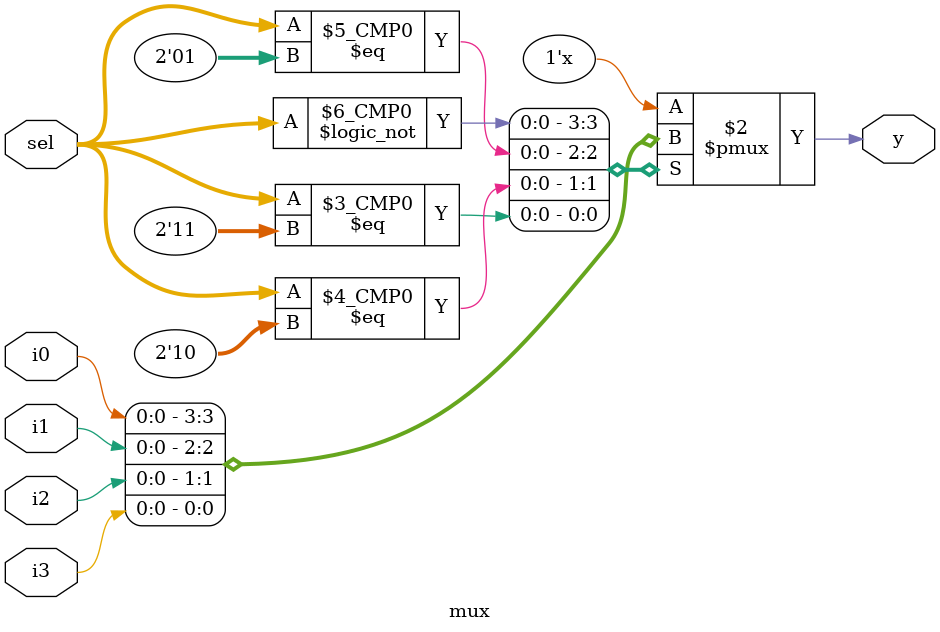
<source format=v>
module mux(input i0,i1,i2,i3,input[1:0]sel,output reg y);
always @(*)begin
 case(sel)
  2'h0 : y = i0;
  2'h1 : y = i1;
  2'h2 : y = i2;
  2'h3 : y = i3;
  default: $display("invalid set input");
 endcase
 end
endmodule


</source>
